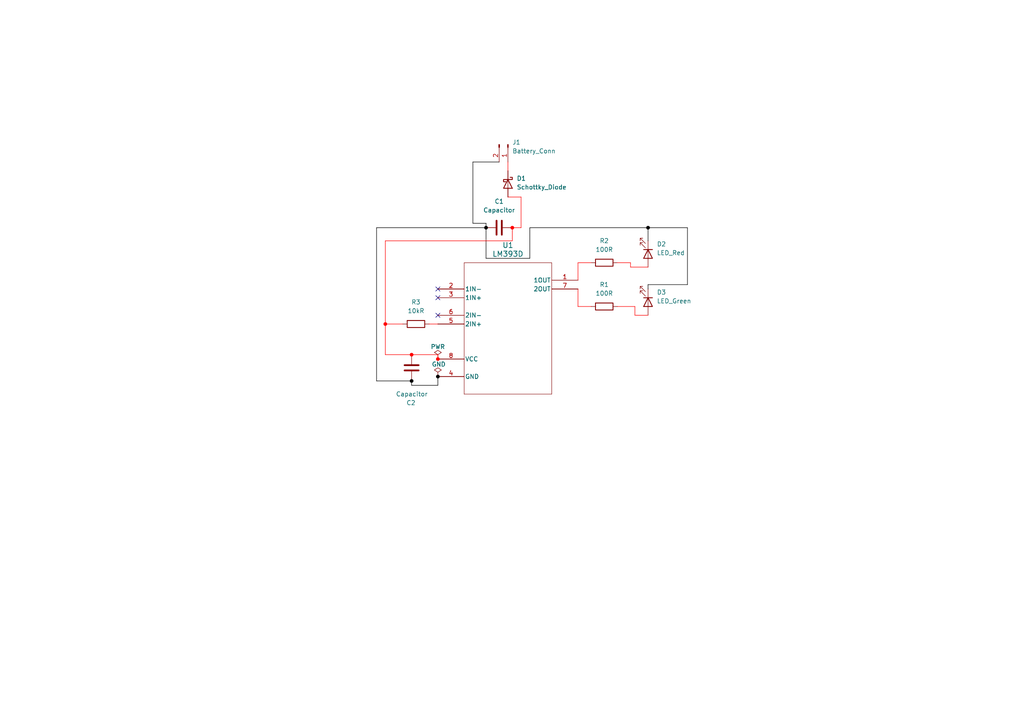
<source format=kicad_sch>
(kicad_sch (version 20231120) (generator "eeschema") (generator_version "8.0")
  (paper "A4")
  (lib_symbols
    (symbol "Connector:Conn_01x02_Pin" (pin_names (offset 1.016) hide)
      (property "Reference" "J" (at 0 2.54 0))
      (property "Value" "Conn_01x02_Pin" (at 0 -5.08 0))
      (symbol "Conn_01x02_Pin_1_1"
        (polyline (pts (xy 1.27 -2.54) (xy 0.8636 -2.54)) (stroke (width 0.1524)))
        (polyline (pts (xy 1.27 0) (xy 0.8636 0)) (stroke (width 0.1524)))
        (rectangle (start 0.8636 -2.413) (end 0 -2.667) (stroke (width 0.1524)) (fill (type outline)))
        (rectangle (start 0.8636 0.127) (end 0 -0.127) (stroke (width 0.1524)) (fill (type outline)))
        (pin passive line (at 5.08 0 180) (length 3.81) (name "Pin_1") (number "1"))
        (pin passive line (at 5.08 -2.54 180) (length 3.81) (name "Pin_2") (number "2"))
      )
    )
    (symbol "Device:C" (pin_numbers hide) (pin_names (offset 0.254))
      (property "Reference" "C" (at 0.635 2.54 0))
      (property "Value" "C" (at 0.635 -2.54 0))
      (symbol "C_0_1"
        (polyline (pts (xy -2.032 -0.762) (xy 2.032 -0.762)) (stroke (width 0.508)))
        (polyline (pts (xy -2.032 0.762) (xy 2.032 0.762)) (stroke (width 0.508)))
      )
      (symbol "C_1_1"
        (pin passive line (at 0 3.81 270) (length 2.794) (name "~") (number "1"))
        (pin passive line (at 0 -3.81 90) (length 2.794) (name "~") (number "2"))
      )
    )
    (symbol "Device:D_Schottky" (pin_numbers hide) (pin_names (offset 1.016) hide)
      (property "Reference" "D" (at 0 2.54 0))
      (property "Value" "D_Schottky" (at 0 -2.54 0))
      (symbol "D_Schottky_0_1"
        (polyline (pts (xy 1.27 0) (xy -1.27 0)))
        (polyline (pts (xy 1.27 1.27) (xy 1.27 -1.27) (xy -1.27 0) (xy 1.27 1.27)) (stroke (width 0.254)))
        (polyline (pts (xy -1.905 0.635) (xy -1.905 1.27) (xy -1.27 1.27) (xy -1.27 -1.27) (xy -0.635 -1.27) (xy -0.635 -0.635)) (stroke (width 0.254)))
      )
      (symbol "D_Schottky_1_1"
        (pin passive line (at -3.81 0 0) (length 2.54) (name "K") (number "1"))
        (pin passive line (at 3.81 0 180) (length 2.54) (name "A") (number "2"))
      )
    )
    (symbol "Device:LED" (pin_numbers hide) (pin_names (offset 1.016) hide)
      (property "Reference" "D" (at 0 2.54 0))
      (property "Value" "LED" (at 0 -2.54 0))
      (symbol "LED_0_1"
        (polyline (pts (xy -1.27 -1.27) (xy -1.27 1.27)) (stroke (width 0.254)))
        (polyline (pts (xy -1.27 0) (xy 1.27 0)))
        (polyline (pts (xy 1.27 -1.27) (xy 1.27 1.27) (xy -1.27 0) (xy 1.27 -1.27)) (stroke (width 0.254)))
        (polyline (pts (xy -3.048 -0.762) (xy -4.572 -2.286) (xy -3.81 -2.286) (xy -4.572 -2.286) (xy -4.572 -1.524)))
        (polyline (pts (xy -1.778 -0.762) (xy -3.302 -2.286) (xy -2.54 -2.286) (xy -3.302 -2.286) (xy -3.302 -1.524)))
      )
      (symbol "LED_1_1"
        (pin passive line (at -3.81 0 0) (length 2.54) (name "K") (number "1"))
        (pin passive line (at 3.81 0 180) (length 2.54) (name "A") (number "2"))
      )
    )
    (symbol "Device:R" (pin_numbers hide) (pin_names (offset 0))
      (property "Reference" "R" (at 2.032 0 90))
      (property "Value" "R" (at 0 0 90))
      (symbol "R_0_1"
        (rectangle (start -1.016 -2.54) (end 1.016 2.54) (stroke (width 0.254)))
      )
      (symbol "R_1_1"
        (pin passive line (at 0 3.81 270) (length 1.27) (name "~") (number "1"))
        (pin passive line (at 0 -3.81 90) (length 1.27) (name "~") (number "2"))
      )
    )
    (symbol "LM393D:LM393D" (pin_names (offset 0.254))
      (property "Reference" "U" (at 20.32 12.7 0))
      (property "Value" "LM393D" (at 20.32 10.16 0))
      (symbol "LM393D_0_1"
        (polyline (pts (xy 7.62 -30.48) (xy 33.02 -30.48)) (stroke (width 0.127)))
        (polyline (pts (xy 7.62 7.62) (xy 7.62 -30.48)) (stroke (width 0.127)))
        (polyline (pts (xy 33.02 -30.48) (xy 33.02 7.62)) (stroke (width 0.127)))
        (polyline (pts (xy 33.02 7.62) (xy 7.62 7.62)) (stroke (width 0.127)))
        (pin output line (at 40.64 2.54 180) (length 7.62) (name "1OUT") (number "1"))
        (pin input line (at 0 0 0) (length 7.62) (name "1IN-") (number "2"))
        (pin input line (at 0 -2.54 0) (length 7.62) (name "1IN+") (number "3"))
        (pin power_in line (at 0 -25.4 0) (length 7.62) (name "GND") (number "4"))
        (pin input line (at 0 -10.16 0) (length 7.62) (name "2IN+") (number "5"))
        (pin input line (at 0 -7.62 0) (length 7.62) (name "2IN-") (number "6"))
        (pin output line (at 40.64 0 180) (length 7.62) (name "2OUT") (number "7"))
        (pin power_in line (at 0 -20.32 0) (length 7.62) (name "VCC") (number "8"))
      )
    )
    (symbol "power:PWR_FLAG" (power) (pin_numbers hide) (pin_names (offset 0) hide)
      (property "Value" "PWR_FLAG" (at 0 3.81 0))
      (symbol "PWR_FLAG_0_0"
        (pin power_out line (at 0 0 90) (length 0) (name "~") (number "1"))
      )
      (symbol "PWR_FLAG_0_1"
        (polyline (pts (xy 0 0) (xy 0 1.27) (xy -1.016 1.905) (xy 0 2.54) (xy 1.016 1.905) (xy 0 1.27)))
      )
    )
  )
  (junction (at 119.38 110.49) (color 0 0 0 1))
  (junction (at 111.76 93.98) (color 255 0 0 1))
  (junction (at 119.38 102.87) (color 255 0 0 1))
  (junction (at 127 104.14) (color 255 0 0 1))
  (junction (at 127 109.22) (color 0 0 0 1))
  (junction (at 187.96 66.04) (color 0 0 0 1))
  (junction (at 140.97 66.04) (color 0 0 0 1))
  (junction (at 148.59 66.04) (color 255 0 0 1))
  (no_connect (at 127 86.36))
  (no_connect (at 127 91.44))
  (no_connect (at 127 83.82))
  (wire (pts (xy 137.16 64.77) (xy 140.97 64.77)) (stroke (width 0) (color 0 0 0 1)))
  (wire (pts (xy 182.88 77.47) (xy 187.96 77.47)) (stroke (width 0) (color 255 0 0 1)))
  (wire (pts (xy 109.22 110.49) (xy 109.22 66.04)) (stroke (width 0) (color 0 0 0 1)))
  (wire (pts (xy 124.46 93.98) (xy 127 93.98)) (stroke (width 0) (color 255 0 0 1)))
  (wire (pts (xy 147.32 46.99) (xy 147.32 49.53)) (stroke (width 0) (color 255 0 0 1)))
  (wire (pts (xy 111.76 93.98) (xy 111.76 102.87)) (stroke (width 0) (color 255 0 0 1)))
  (wire (pts (xy 144.78 46.99) (xy 137.16 46.99)) (stroke (width 0) (color 0 0 0 1)))
  (wire (pts (xy 199.39 82.55) (xy 199.39 66.04)) (stroke (width 0) (color 0 0 0 1)))
  (wire (pts (xy 167.64 83.82) (xy 167.64 88.9)) (stroke (width 0) (color 255 0 0 1)))
  (wire (pts (xy 151.13 57.15) (xy 151.13 66.04)) (stroke (width 0) (color 255 0 0 1)))
  (wire (pts (xy 184.15 91.44) (xy 187.96 91.44)) (stroke (width 0) (color 255 0 0 1)))
  (wire (pts (xy 187.96 83.82) (xy 187.96 82.55)) (stroke (width 0) (color 0 0 0 1)))
  (wire (pts (xy 127 102.87) (xy 127 104.14)) (stroke (width 0) (color 255 0 0 1)))
  (wire (pts (xy 140.97 64.77) (xy 140.97 66.04)) (stroke (width 0) (color 0 0 0 1)))
  (wire (pts (xy 109.22 66.04) (xy 140.97 66.04)) (stroke (width 0) (color 0 0 0 1)))
  (wire (pts (xy 167.64 88.9) (xy 171.45 88.9)) (stroke (width 0) (color 255 0 0 1)))
  (wire (pts (xy 182.88 76.2) (xy 182.88 77.47)) (stroke (width 0) (color 255 0 0 1)))
  (wire (pts (xy 187.96 82.55) (xy 199.39 82.55)) (stroke (width 0) (color 0 0 0 1)))
  (wire (pts (xy 137.16 46.99) (xy 137.16 64.77)) (stroke (width 0) (color 0 0 0 1)))
  (wire (pts (xy 111.76 102.87) (xy 119.38 102.87)) (stroke (width 0) (color 255 0 0 1)))
  (wire (pts (xy 111.76 69.85) (xy 111.76 93.98)) (stroke (width 0) (color 255 0 0 1)))
  (wire (pts (xy 127 109.22) (xy 127 111.76)) (stroke (width 0) (color 0 0 0 1)))
  (wire (pts (xy 127 111.76) (xy 119.38 111.76)) (stroke (width 0) (color 0 0 0 1)))
  (wire (pts (xy 153.67 66.04) (xy 153.67 74.93)) (stroke (width 0) (color 0 0 0 1)))
  (wire (pts (xy 187.96 69.85) (xy 187.96 66.04)) (stroke (width 0) (color 0 0 0 1)))
  (wire (pts (xy 167.64 81.28) (xy 167.64 76.2)) (stroke (width 0) (color 255 0 0 1)))
  (wire (pts (xy 148.59 69.85) (xy 111.76 69.85)) (stroke (width 0) (color 255 0 0 1)))
  (wire (pts (xy 153.67 74.93) (xy 140.97 74.93)) (stroke (width 0) (color 0 0 0 1)))
  (wire (pts (xy 148.59 66.04) (xy 148.59 69.85)) (stroke (width 0) (color 255 0 0 1)))
  (wire (pts (xy 179.07 76.2) (xy 182.88 76.2)) (stroke (width 0) (color 255 0 0 1)))
  (wire (pts (xy 167.64 76.2) (xy 171.45 76.2)) (stroke (width 0) (color 255 0 0 1)))
  (wire (pts (xy 199.39 66.04) (xy 187.96 66.04)) (stroke (width 0) (color 0 0 0 1)))
  (wire (pts (xy 119.38 102.87) (xy 127 102.87)) (stroke (width 0) (color 255 0 0 1)))
  (wire (pts (xy 111.76 93.98) (xy 116.84 93.98)) (stroke (width 0) (color 255 0 0 1)))
  (wire (pts (xy 179.07 88.9) (xy 184.15 88.9)) (stroke (width 0) (color 255 0 0 1)))
  (wire (pts (xy 187.96 66.04) (xy 153.67 66.04)) (stroke (width 0) (color 0 0 0 1)))
  (wire (pts (xy 119.38 110.49) (xy 109.22 110.49)) (stroke (width 0) (color 0 0 0 1)))
  (wire (pts (xy 151.13 66.04) (xy 148.59 66.04)) (stroke (width 0) (color 255 0 0 1)))
  (wire (pts (xy 140.97 74.93) (xy 140.97 66.04)) (stroke (width 0) (color 0 0 0 1)))
  (wire (pts (xy 147.32 57.15) (xy 151.13 57.15)) (stroke (width 0) (color 255 0 0 1)))
  (wire (pts (xy 184.15 88.9) (xy 184.15 91.44)) (stroke (width 0) (color 255 0 0 1)))
  (wire (pts (xy 119.38 111.76) (xy 119.38 110.49)) (stroke (width 0) (color 0 0 0 1)))
  (symbol (lib_id "Connector:Conn_01x02_Pin") (at 147.32 41.91 270) (unit 1)
    (property "Reference" "J1" (at 148.59 41.2749 90) (effects (justify left)))
    (property "Value" "Battery_Conn" (at 148.59 43.8149 90) (effects (justify left)))
    (property "Footprint" "Connector_PinHeader_2.54mm:PinHeader_1x02_P2.54mm_Vertical" (effects (hide yes)))
    (property "Description" "Generic connector, single row, 01x02, script generated" (effects (hide yes)))
  )
  (symbol (lib_id "power:PWR_FLAG") (at 127 104.14 0) (unit 1)
    (property "Reference" "#FLG02" (effects (hide yes)))
    (property "Value" "PWR" (at 127 100.584 0))
    (property "Description" "Special symbol for telling ERC where power comes from" (effects (hide yes)))
  )
  (symbol (lib_id "Device:LED") (at 187.96 87.63 270) (unit 1)
    (property "Reference" "D3" (at 190.5 84.7724 90) (effects (justify left)))
    (property "Value" "LED_Green" (at 190.5 87.3124 90) (effects (justify left)))
    (property "Footprint" "LED_SMD:LED_0805_2012Metric_Pad1.15x1.40mm_HandSolder" (effects (hide yes)))
    (property "Description" "Light emitting diode" (effects (hide yes)))
  )
  (symbol (lib_id "LM393D:LM393D") (at 127 83.82 0) (unit 1)
    (property "Reference" "U1" (at 147.32 71.12 0) (effects (font (size 1.524 1.524))))
    (property "Value" "LM393D" (at 147.32 73.66 0) (effects (font (size 1.524 1.524))))
    (property "Footprint" "LM393D:D8" (effects (hide yes)))
    (property "Datasheet" "LM393D" (effects (hide yes)))
  )
  (symbol (lib_id "Device:R") (at 175.26 88.9 90) (unit 1)
    (property "Reference" "R1" (at 175.26 82.55 90))
    (property "Value" "100R" (at 175.26 85.09 90))
    (property "Footprint" "Resistor_SMD:R_0805_2012Metric_Pad1.20x1.40mm_HandSolder" (effects (hide yes)))
    (property "Description" "Resistor" (effects (hide yes)))
  )
  (symbol (lib_id "Device:C") (at 144.78 66.04 90) (unit 1)
    (property "Reference" "C1" (at 144.78 58.42 90))
    (property "Value" "Capacitor" (at 144.78 60.96 90))
    (property "Footprint" "Capacitor_SMD:C_0805_2012Metric_Pad1.18x1.45mm_HandSolder" (effects (hide yes)))
    (property "Description" "Unpolarized capacitor" (effects (hide yes)))
  )
  (symbol (lib_id "Device:LED") (at 187.96 73.66 270) (unit 1)
    (property "Reference" "D2" (at 190.5 70.8024 90) (effects (justify left)))
    (property "Value" "LED_Red" (at 190.5 73.3424 90) (effects (justify left)))
    (property "Footprint" "LED_SMD:LED_0805_2012Metric_Pad1.15x1.40mm_HandSolder" (effects (hide yes)))
    (property "Description" "Light emitting diode" (effects (hide yes)))
  )
  (symbol (lib_id "Device:R") (at 120.65 93.98 270) (unit 1)
    (property "Reference" "R3" (at 120.65 87.63 90))
    (property "Value" "10kR" (at 120.65 90.17 90))
    (property "Footprint" "Resistor_SMD:R_0805_2012Metric_Pad1.20x1.40mm_HandSolder" (effects (hide yes)))
    (property "Description" "Resistor" (effects (hide yes)))
  )
  (symbol (lib_id "Device:D_Schottky") (at 147.32 53.34 270) (unit 1)
    (property "Reference" "D1" (at 149.86 51.7524 90) (effects (justify left)))
    (property "Value" "Schottky_Diode" (at 149.86 54.2924 90) (effects (justify left)))
    (property "Footprint" "SS14_Schottky:DO-214AC_VIS" (effects (hide yes)))
    (property "Description" "Schottky diode" (effects (hide yes)))
  )
  (symbol (lib_id "Device:C") (at 119.38 106.68 180) (unit 1)
    (property "Reference" "C2" (at 117.856 116.84 0) (effects (justify right)))
    (property "Value" "Capacitor" (at 114.808 114.3 0) (effects (justify right)))
    (property "Footprint" "Capacitor_SMD:C_0805_2012Metric_Pad1.18x1.45mm_HandSolder" (effects (hide yes)))
    (property "Description" "Unpolarized capacitor" (effects (hide yes)))
  )
  (symbol (lib_id "power:PWR_FLAG") (at 127 109.22 0) (unit 1)
    (property "Reference" "#FLG01" (effects (hide yes)))
    (property "Value" "GND" (at 127.254 105.664 0))
    (property "Description" "Special symbol for telling ERC where power comes from" (effects (hide yes)))
  )
  (symbol (lib_id "Device:R") (at 175.26 76.2 90) (unit 1)
    (property "Reference" "R2" (at 175.26 69.85 90))
    (property "Value" "100R" (at 175.26 72.39 90))
    (property "Footprint" "Resistor_SMD:R_0805_2012Metric_Pad1.20x1.40mm_HandSolder" (effects (hide yes)))
    (property "Description" "Resistor" (effects (hide yes)))
  )
)
</source>
